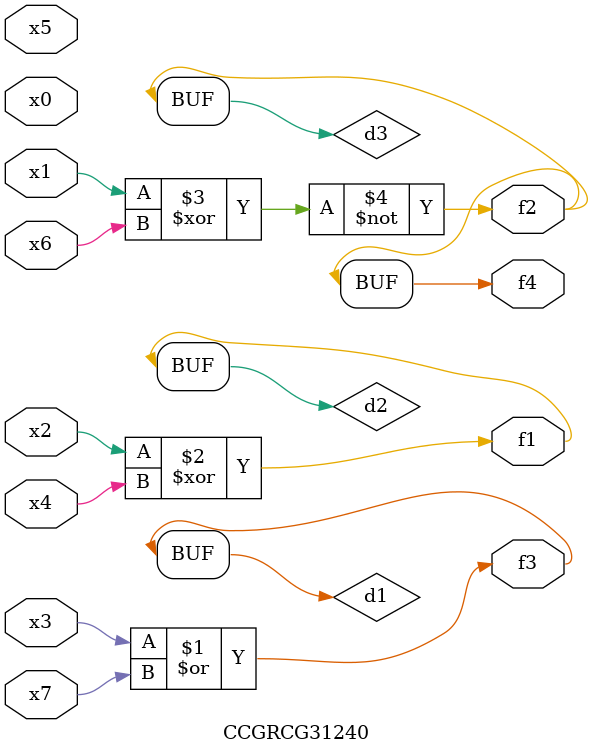
<source format=v>
module CCGRCG31240(
	input x0, x1, x2, x3, x4, x5, x6, x7,
	output f1, f2, f3, f4
);

	wire d1, d2, d3;

	or (d1, x3, x7);
	xor (d2, x2, x4);
	xnor (d3, x1, x6);
	assign f1 = d2;
	assign f2 = d3;
	assign f3 = d1;
	assign f4 = d3;
endmodule

</source>
